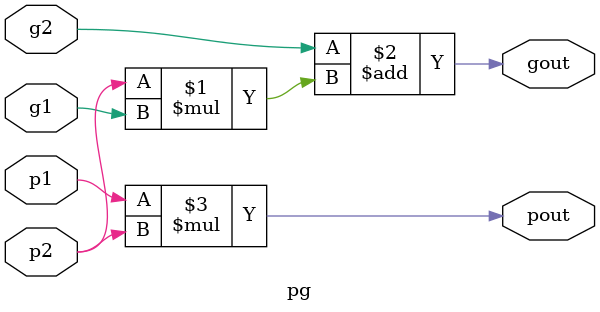
<source format=v>
module pg(
    input g1,g2,p1,p2,
    output gout,pout
);
assign gout = g2 + p2 * g1;
assign pout = p1 *p2;
endmodule

</source>
